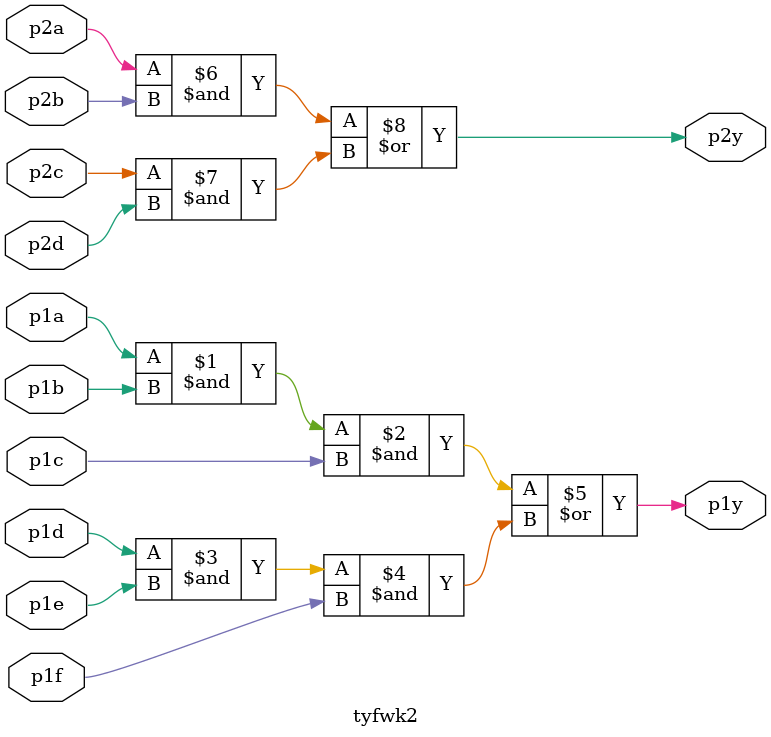
<source format=v>
`timescale 1ns / 1ps


module tyfwk2(
    input p1a, p1b, p1c, p1d, p1f, p1e,
    output p1y,
    input p2a, p2b, p2c, p2d,
    output p2y
);

    assign p1y = (p1a & p1b & p1c) | (p1d & p1e & p1f);
    assign p2y = (p2a & p2b) | (p2c & p2d);

endmodule

</source>
